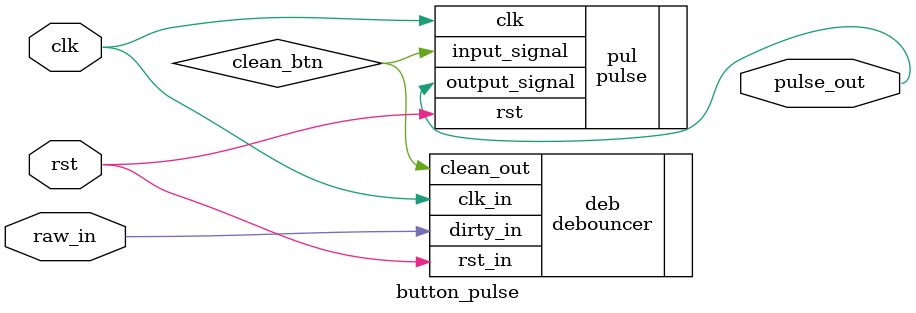
<source format=sv>
`default_nettype none
module button_pulse (
    input  wire  clk,
    input  wire  rst,
    input  wire  raw_in,
    output logic pulse_out
);

  logic clean_btn;

  debouncer deb (
      .clk_in(clk),
      .rst_in(rst),
      .dirty_in(raw_in),
      .clean_out(clean_btn)
  );

  pulse pul (
      .clk(clk),
      .rst(rst),
      .input_signal(clean_btn),
      .output_signal(pulse_out)
  );

endmodule
`default_nettype wire

</source>
